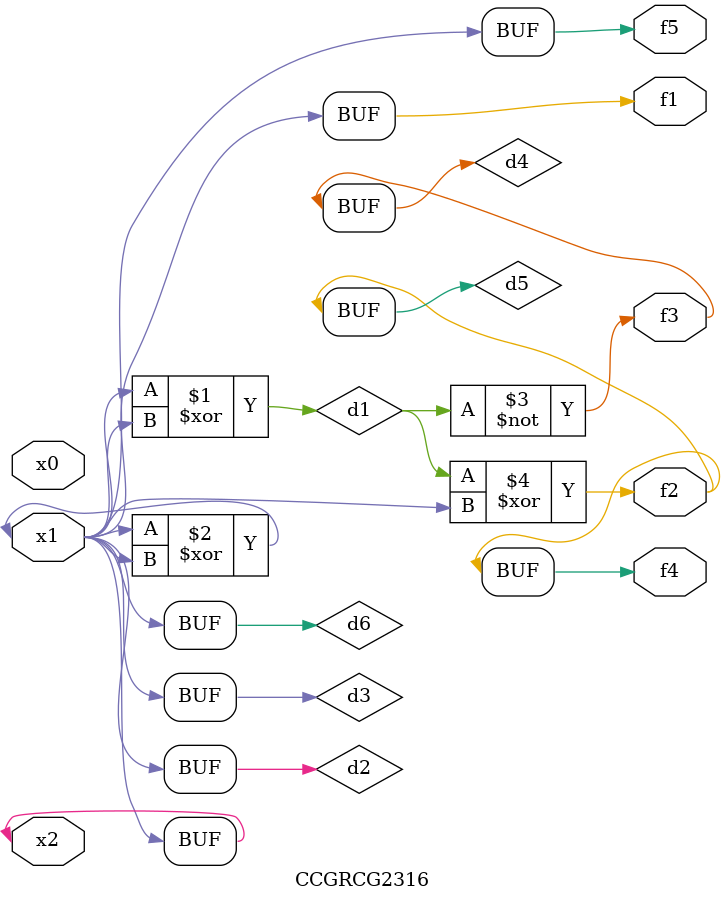
<source format=v>
module CCGRCG2316(
	input x0, x1, x2,
	output f1, f2, f3, f4, f5
);

	wire d1, d2, d3, d4, d5, d6;

	xor (d1, x1, x2);
	buf (d2, x1, x2);
	xor (d3, x1, x2);
	nor (d4, d1);
	xor (d5, d1, d2);
	buf (d6, d2, d3);
	assign f1 = d6;
	assign f2 = d5;
	assign f3 = d4;
	assign f4 = d5;
	assign f5 = d6;
endmodule

</source>
